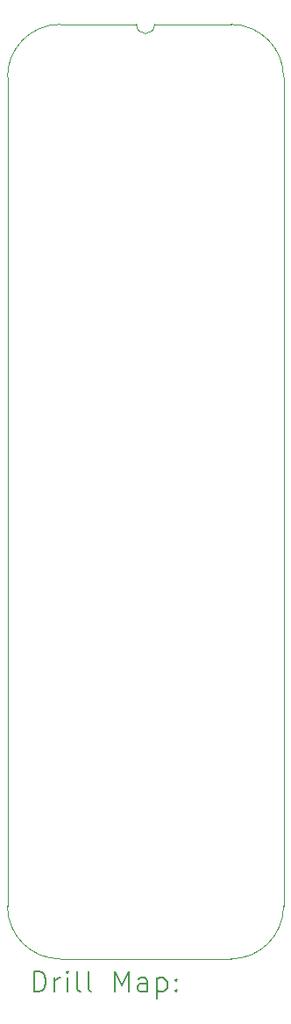
<source format=gbr>
%TF.GenerationSoftware,KiCad,Pcbnew,8.0.5*%
%TF.CreationDate,2024-10-28T17:11:04+02:00*%
%TF.ProjectId,W65C816 Breakout,57363543-3831-4362-9042-7265616b6f75,V1*%
%TF.SameCoordinates,PX525bfc0PY43d3480*%
%TF.FileFunction,Drillmap*%
%TF.FilePolarity,Positive*%
%FSLAX45Y45*%
G04 Gerber Fmt 4.5, Leading zero omitted, Abs format (unit mm)*
G04 Created by KiCad (PCBNEW 8.0.5) date 2024-10-28 17:11:04*
%MOMM*%
%LPD*%
G01*
G04 APERTURE LIST*
%ADD10C,0.100000*%
%ADD11C,0.200000*%
G04 APERTURE END LIST*
D10*
X-190500Y63500D02*
X-190500Y-7937500D01*
X1054100Y571500D02*
X317500Y571500D01*
X1968500Y571500D02*
X1231900Y571500D01*
X1968500Y-8445500D02*
X317500Y-8445500D01*
X2476500Y-7937500D02*
X2476500Y63500D01*
X-190500Y63500D02*
G75*
G02*
X317500Y571500I508000J0D01*
G01*
X317500Y-8445500D02*
G75*
G02*
X-190500Y-7937500I0J508000D01*
G01*
X1231900Y571500D02*
G75*
G02*
X1054100Y571500I-88900J0D01*
G01*
X1968500Y571500D02*
G75*
G02*
X2476500Y63500I0J-508000D01*
G01*
X2476500Y-7937500D02*
G75*
G02*
X1968500Y-8445500I-508000J0D01*
G01*
D11*
X65277Y-8761984D02*
X65277Y-8561984D01*
X65277Y-8561984D02*
X112896Y-8561984D01*
X112896Y-8561984D02*
X141467Y-8571508D01*
X141467Y-8571508D02*
X160515Y-8590555D01*
X160515Y-8590555D02*
X170039Y-8609603D01*
X170039Y-8609603D02*
X179562Y-8647698D01*
X179562Y-8647698D02*
X179562Y-8676270D01*
X179562Y-8676270D02*
X170039Y-8714365D01*
X170039Y-8714365D02*
X160515Y-8733412D01*
X160515Y-8733412D02*
X141467Y-8752460D01*
X141467Y-8752460D02*
X112896Y-8761984D01*
X112896Y-8761984D02*
X65277Y-8761984D01*
X265277Y-8761984D02*
X265277Y-8628650D01*
X265277Y-8666746D02*
X274801Y-8647698D01*
X274801Y-8647698D02*
X284324Y-8638174D01*
X284324Y-8638174D02*
X303372Y-8628650D01*
X303372Y-8628650D02*
X322420Y-8628650D01*
X389086Y-8761984D02*
X389086Y-8628650D01*
X389086Y-8561984D02*
X379562Y-8571508D01*
X379562Y-8571508D02*
X389086Y-8581031D01*
X389086Y-8581031D02*
X398610Y-8571508D01*
X398610Y-8571508D02*
X389086Y-8561984D01*
X389086Y-8561984D02*
X389086Y-8581031D01*
X512896Y-8761984D02*
X493848Y-8752460D01*
X493848Y-8752460D02*
X484324Y-8733412D01*
X484324Y-8733412D02*
X484324Y-8561984D01*
X617658Y-8761984D02*
X598610Y-8752460D01*
X598610Y-8752460D02*
X589086Y-8733412D01*
X589086Y-8733412D02*
X589086Y-8561984D01*
X846229Y-8761984D02*
X846229Y-8561984D01*
X846229Y-8561984D02*
X912896Y-8704841D01*
X912896Y-8704841D02*
X979562Y-8561984D01*
X979562Y-8561984D02*
X979562Y-8761984D01*
X1160515Y-8761984D02*
X1160515Y-8657222D01*
X1160515Y-8657222D02*
X1150991Y-8638174D01*
X1150991Y-8638174D02*
X1131944Y-8628650D01*
X1131944Y-8628650D02*
X1093848Y-8628650D01*
X1093848Y-8628650D02*
X1074801Y-8638174D01*
X1160515Y-8752460D02*
X1141467Y-8761984D01*
X1141467Y-8761984D02*
X1093848Y-8761984D01*
X1093848Y-8761984D02*
X1074801Y-8752460D01*
X1074801Y-8752460D02*
X1065277Y-8733412D01*
X1065277Y-8733412D02*
X1065277Y-8714365D01*
X1065277Y-8714365D02*
X1074801Y-8695317D01*
X1074801Y-8695317D02*
X1093848Y-8685793D01*
X1093848Y-8685793D02*
X1141467Y-8685793D01*
X1141467Y-8685793D02*
X1160515Y-8676270D01*
X1255753Y-8628650D02*
X1255753Y-8828650D01*
X1255753Y-8638174D02*
X1274801Y-8628650D01*
X1274801Y-8628650D02*
X1312896Y-8628650D01*
X1312896Y-8628650D02*
X1331944Y-8638174D01*
X1331944Y-8638174D02*
X1341467Y-8647698D01*
X1341467Y-8647698D02*
X1350991Y-8666746D01*
X1350991Y-8666746D02*
X1350991Y-8723889D01*
X1350991Y-8723889D02*
X1341467Y-8742936D01*
X1341467Y-8742936D02*
X1331944Y-8752460D01*
X1331944Y-8752460D02*
X1312896Y-8761984D01*
X1312896Y-8761984D02*
X1274801Y-8761984D01*
X1274801Y-8761984D02*
X1255753Y-8752460D01*
X1436705Y-8742936D02*
X1446229Y-8752460D01*
X1446229Y-8752460D02*
X1436705Y-8761984D01*
X1436705Y-8761984D02*
X1427182Y-8752460D01*
X1427182Y-8752460D02*
X1436705Y-8742936D01*
X1436705Y-8742936D02*
X1436705Y-8761984D01*
X1436705Y-8638174D02*
X1446229Y-8647698D01*
X1446229Y-8647698D02*
X1436705Y-8657222D01*
X1436705Y-8657222D02*
X1427182Y-8647698D01*
X1427182Y-8647698D02*
X1436705Y-8638174D01*
X1436705Y-8638174D02*
X1436705Y-8657222D01*
M02*

</source>
